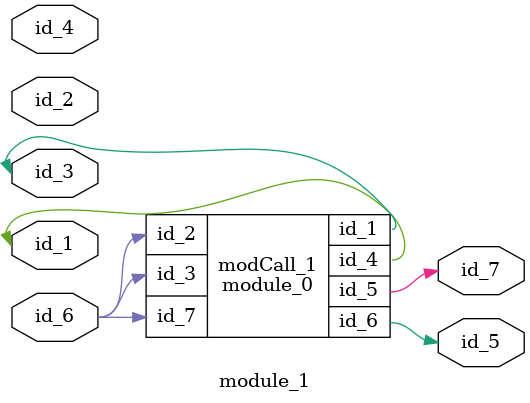
<source format=v>
module module_0 (
    id_1,
    id_2,
    id_3,
    id_4,
    id_5,
    id_6,
    id_7
);
  input wire id_7;
  output wire id_6;
  output wire id_5;
  inout wire id_4;
  input wire id_3;
  input wire id_2;
  inout wire id_1;
  wire id_8;
endmodule
module module_1 (
    id_1,
    id_2,
    id_3,
    id_4,
    id_5,
    id_6,
    id_7
);
  output wire id_7;
  input wire id_6;
  output wire id_5;
  inout wire id_4;
  inout wire id_3;
  inout wire id_2;
  inout wire id_1;
  generate
    wire id_8;
  endgenerate
  module_0 modCall_1 (
      id_3,
      id_6,
      id_6,
      id_1,
      id_7,
      id_5,
      id_6
  );
endmodule

</source>
